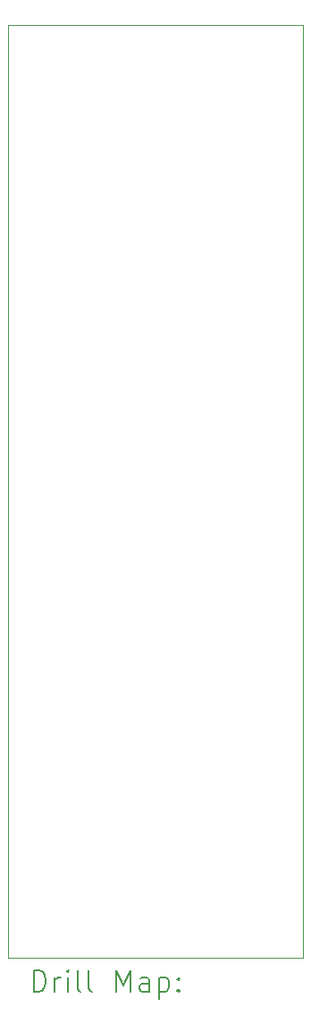
<source format=gbr>
%TF.GenerationSoftware,KiCad,Pcbnew,7.0.1*%
%TF.CreationDate,2023-05-22T13:15:03-07:00*%
%TF.ProjectId,tn9k_f18a,746e396b-5f66-4313-9861-2e6b69636164,rev?*%
%TF.SameCoordinates,Original*%
%TF.FileFunction,Drillmap*%
%TF.FilePolarity,Positive*%
%FSLAX45Y45*%
G04 Gerber Fmt 4.5, Leading zero omitted, Abs format (unit mm)*
G04 Created by KiCad (PCBNEW 7.0.1) date 2023-05-22 13:15:03*
%MOMM*%
%LPD*%
G01*
G04 APERTURE LIST*
%ADD10C,0.100000*%
%ADD11C,0.200000*%
G04 APERTURE END LIST*
D10*
X14721840Y-4093210D02*
X14721840Y-12919710D01*
X17515840Y-12919710D02*
X17515840Y-4093210D01*
X17515840Y-4093210D02*
X14721840Y-4093210D01*
X14721840Y-12919710D02*
X17515840Y-12919710D01*
D11*
X14964459Y-13237234D02*
X14964459Y-13037234D01*
X14964459Y-13037234D02*
X15012078Y-13037234D01*
X15012078Y-13037234D02*
X15040649Y-13046758D01*
X15040649Y-13046758D02*
X15059697Y-13065805D01*
X15059697Y-13065805D02*
X15069221Y-13084853D01*
X15069221Y-13084853D02*
X15078745Y-13122948D01*
X15078745Y-13122948D02*
X15078745Y-13151519D01*
X15078745Y-13151519D02*
X15069221Y-13189615D01*
X15069221Y-13189615D02*
X15059697Y-13208662D01*
X15059697Y-13208662D02*
X15040649Y-13227710D01*
X15040649Y-13227710D02*
X15012078Y-13237234D01*
X15012078Y-13237234D02*
X14964459Y-13237234D01*
X15164459Y-13237234D02*
X15164459Y-13103900D01*
X15164459Y-13141996D02*
X15173983Y-13122948D01*
X15173983Y-13122948D02*
X15183507Y-13113424D01*
X15183507Y-13113424D02*
X15202554Y-13103900D01*
X15202554Y-13103900D02*
X15221602Y-13103900D01*
X15288268Y-13237234D02*
X15288268Y-13103900D01*
X15288268Y-13037234D02*
X15278745Y-13046758D01*
X15278745Y-13046758D02*
X15288268Y-13056281D01*
X15288268Y-13056281D02*
X15297792Y-13046758D01*
X15297792Y-13046758D02*
X15288268Y-13037234D01*
X15288268Y-13037234D02*
X15288268Y-13056281D01*
X15412078Y-13237234D02*
X15393030Y-13227710D01*
X15393030Y-13227710D02*
X15383507Y-13208662D01*
X15383507Y-13208662D02*
X15383507Y-13037234D01*
X15516840Y-13237234D02*
X15497792Y-13227710D01*
X15497792Y-13227710D02*
X15488268Y-13208662D01*
X15488268Y-13208662D02*
X15488268Y-13037234D01*
X15745411Y-13237234D02*
X15745411Y-13037234D01*
X15745411Y-13037234D02*
X15812078Y-13180091D01*
X15812078Y-13180091D02*
X15878745Y-13037234D01*
X15878745Y-13037234D02*
X15878745Y-13237234D01*
X16059697Y-13237234D02*
X16059697Y-13132472D01*
X16059697Y-13132472D02*
X16050173Y-13113424D01*
X16050173Y-13113424D02*
X16031126Y-13103900D01*
X16031126Y-13103900D02*
X15993030Y-13103900D01*
X15993030Y-13103900D02*
X15973983Y-13113424D01*
X16059697Y-13227710D02*
X16040649Y-13237234D01*
X16040649Y-13237234D02*
X15993030Y-13237234D01*
X15993030Y-13237234D02*
X15973983Y-13227710D01*
X15973983Y-13227710D02*
X15964459Y-13208662D01*
X15964459Y-13208662D02*
X15964459Y-13189615D01*
X15964459Y-13189615D02*
X15973983Y-13170567D01*
X15973983Y-13170567D02*
X15993030Y-13161043D01*
X15993030Y-13161043D02*
X16040649Y-13161043D01*
X16040649Y-13161043D02*
X16059697Y-13151519D01*
X16154935Y-13103900D02*
X16154935Y-13303900D01*
X16154935Y-13113424D02*
X16173983Y-13103900D01*
X16173983Y-13103900D02*
X16212078Y-13103900D01*
X16212078Y-13103900D02*
X16231126Y-13113424D01*
X16231126Y-13113424D02*
X16240649Y-13122948D01*
X16240649Y-13122948D02*
X16250173Y-13141996D01*
X16250173Y-13141996D02*
X16250173Y-13199138D01*
X16250173Y-13199138D02*
X16240649Y-13218186D01*
X16240649Y-13218186D02*
X16231126Y-13227710D01*
X16231126Y-13227710D02*
X16212078Y-13237234D01*
X16212078Y-13237234D02*
X16173983Y-13237234D01*
X16173983Y-13237234D02*
X16154935Y-13227710D01*
X16335888Y-13218186D02*
X16345411Y-13227710D01*
X16345411Y-13227710D02*
X16335888Y-13237234D01*
X16335888Y-13237234D02*
X16326364Y-13227710D01*
X16326364Y-13227710D02*
X16335888Y-13218186D01*
X16335888Y-13218186D02*
X16335888Y-13237234D01*
X16335888Y-13113424D02*
X16345411Y-13122948D01*
X16345411Y-13122948D02*
X16335888Y-13132472D01*
X16335888Y-13132472D02*
X16326364Y-13122948D01*
X16326364Y-13122948D02*
X16335888Y-13113424D01*
X16335888Y-13113424D02*
X16335888Y-13132472D01*
M02*

</source>
